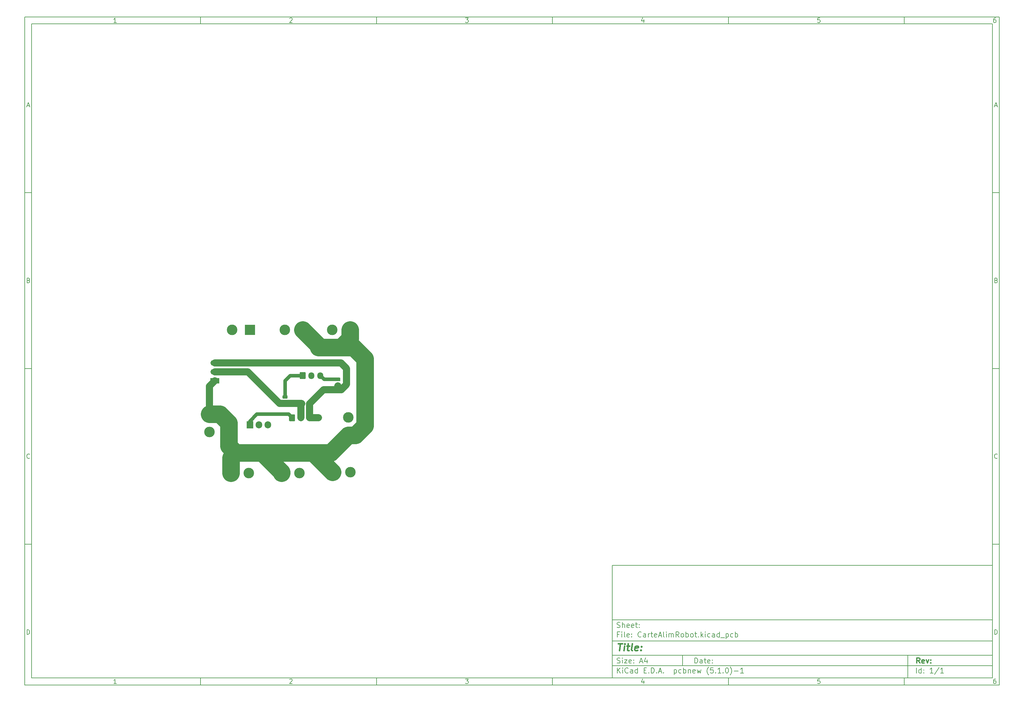
<source format=gtl>
G04 #@! TF.GenerationSoftware,KiCad,Pcbnew,(5.1.0)-1*
G04 #@! TF.CreationDate,2021-10-29T22:54:01+02:00*
G04 #@! TF.ProjectId,CarteAlimRobot,43617274-6541-46c6-996d-526f626f742e,rev?*
G04 #@! TF.SameCoordinates,Original*
G04 #@! TF.FileFunction,Copper,L1,Top*
G04 #@! TF.FilePolarity,Positive*
%FSLAX46Y46*%
G04 Gerber Fmt 4.6, Leading zero omitted, Abs format (unit mm)*
G04 Created by KiCad (PCBNEW (5.1.0)-1) date 2021-10-29 22:54:01*
%MOMM*%
%LPD*%
G04 APERTURE LIST*
%ADD10C,0.100000*%
%ADD11C,0.150000*%
%ADD12C,0.300000*%
%ADD13C,0.400000*%
%ADD14C,1.700000*%
%ADD15O,1.700000X1.950000*%
%ADD16R,2.500000X1.500000*%
%ADD17O,2.500000X1.500000*%
%ADD18R,3.000000X3.000000*%
%ADD19C,3.000000*%
%ADD20R,1.905000X2.000000*%
%ADD21O,1.905000X2.000000*%
%ADD22C,1.000000*%
%ADD23C,1.025000*%
%ADD24C,1.600000*%
%ADD25C,1.000000*%
%ADD26C,2.000000*%
%ADD27C,5.000000*%
G04 APERTURE END LIST*
D10*
D11*
X177002200Y-166007200D02*
X177002200Y-198007200D01*
X285002200Y-198007200D01*
X285002200Y-166007200D01*
X177002200Y-166007200D01*
D10*
D11*
X10000000Y-10000000D02*
X10000000Y-200007200D01*
X287002200Y-200007200D01*
X287002200Y-10000000D01*
X10000000Y-10000000D01*
D10*
D11*
X12000000Y-12000000D02*
X12000000Y-198007200D01*
X285002200Y-198007200D01*
X285002200Y-12000000D01*
X12000000Y-12000000D01*
D10*
D11*
X60000000Y-12000000D02*
X60000000Y-10000000D01*
D10*
D11*
X110000000Y-12000000D02*
X110000000Y-10000000D01*
D10*
D11*
X160000000Y-12000000D02*
X160000000Y-10000000D01*
D10*
D11*
X210000000Y-12000000D02*
X210000000Y-10000000D01*
D10*
D11*
X260000000Y-12000000D02*
X260000000Y-10000000D01*
D10*
D11*
X36065476Y-11588095D02*
X35322619Y-11588095D01*
X35694047Y-11588095D02*
X35694047Y-10288095D01*
X35570238Y-10473809D01*
X35446428Y-10597619D01*
X35322619Y-10659523D01*
D10*
D11*
X85322619Y-10411904D02*
X85384523Y-10350000D01*
X85508333Y-10288095D01*
X85817857Y-10288095D01*
X85941666Y-10350000D01*
X86003571Y-10411904D01*
X86065476Y-10535714D01*
X86065476Y-10659523D01*
X86003571Y-10845238D01*
X85260714Y-11588095D01*
X86065476Y-11588095D01*
D10*
D11*
X135260714Y-10288095D02*
X136065476Y-10288095D01*
X135632142Y-10783333D01*
X135817857Y-10783333D01*
X135941666Y-10845238D01*
X136003571Y-10907142D01*
X136065476Y-11030952D01*
X136065476Y-11340476D01*
X136003571Y-11464285D01*
X135941666Y-11526190D01*
X135817857Y-11588095D01*
X135446428Y-11588095D01*
X135322619Y-11526190D01*
X135260714Y-11464285D01*
D10*
D11*
X185941666Y-10721428D02*
X185941666Y-11588095D01*
X185632142Y-10226190D02*
X185322619Y-11154761D01*
X186127380Y-11154761D01*
D10*
D11*
X236003571Y-10288095D02*
X235384523Y-10288095D01*
X235322619Y-10907142D01*
X235384523Y-10845238D01*
X235508333Y-10783333D01*
X235817857Y-10783333D01*
X235941666Y-10845238D01*
X236003571Y-10907142D01*
X236065476Y-11030952D01*
X236065476Y-11340476D01*
X236003571Y-11464285D01*
X235941666Y-11526190D01*
X235817857Y-11588095D01*
X235508333Y-11588095D01*
X235384523Y-11526190D01*
X235322619Y-11464285D01*
D10*
D11*
X285941666Y-10288095D02*
X285694047Y-10288095D01*
X285570238Y-10350000D01*
X285508333Y-10411904D01*
X285384523Y-10597619D01*
X285322619Y-10845238D01*
X285322619Y-11340476D01*
X285384523Y-11464285D01*
X285446428Y-11526190D01*
X285570238Y-11588095D01*
X285817857Y-11588095D01*
X285941666Y-11526190D01*
X286003571Y-11464285D01*
X286065476Y-11340476D01*
X286065476Y-11030952D01*
X286003571Y-10907142D01*
X285941666Y-10845238D01*
X285817857Y-10783333D01*
X285570238Y-10783333D01*
X285446428Y-10845238D01*
X285384523Y-10907142D01*
X285322619Y-11030952D01*
D10*
D11*
X60000000Y-198007200D02*
X60000000Y-200007200D01*
D10*
D11*
X110000000Y-198007200D02*
X110000000Y-200007200D01*
D10*
D11*
X160000000Y-198007200D02*
X160000000Y-200007200D01*
D10*
D11*
X210000000Y-198007200D02*
X210000000Y-200007200D01*
D10*
D11*
X260000000Y-198007200D02*
X260000000Y-200007200D01*
D10*
D11*
X36065476Y-199595295D02*
X35322619Y-199595295D01*
X35694047Y-199595295D02*
X35694047Y-198295295D01*
X35570238Y-198481009D01*
X35446428Y-198604819D01*
X35322619Y-198666723D01*
D10*
D11*
X85322619Y-198419104D02*
X85384523Y-198357200D01*
X85508333Y-198295295D01*
X85817857Y-198295295D01*
X85941666Y-198357200D01*
X86003571Y-198419104D01*
X86065476Y-198542914D01*
X86065476Y-198666723D01*
X86003571Y-198852438D01*
X85260714Y-199595295D01*
X86065476Y-199595295D01*
D10*
D11*
X135260714Y-198295295D02*
X136065476Y-198295295D01*
X135632142Y-198790533D01*
X135817857Y-198790533D01*
X135941666Y-198852438D01*
X136003571Y-198914342D01*
X136065476Y-199038152D01*
X136065476Y-199347676D01*
X136003571Y-199471485D01*
X135941666Y-199533390D01*
X135817857Y-199595295D01*
X135446428Y-199595295D01*
X135322619Y-199533390D01*
X135260714Y-199471485D01*
D10*
D11*
X185941666Y-198728628D02*
X185941666Y-199595295D01*
X185632142Y-198233390D02*
X185322619Y-199161961D01*
X186127380Y-199161961D01*
D10*
D11*
X236003571Y-198295295D02*
X235384523Y-198295295D01*
X235322619Y-198914342D01*
X235384523Y-198852438D01*
X235508333Y-198790533D01*
X235817857Y-198790533D01*
X235941666Y-198852438D01*
X236003571Y-198914342D01*
X236065476Y-199038152D01*
X236065476Y-199347676D01*
X236003571Y-199471485D01*
X235941666Y-199533390D01*
X235817857Y-199595295D01*
X235508333Y-199595295D01*
X235384523Y-199533390D01*
X235322619Y-199471485D01*
D10*
D11*
X285941666Y-198295295D02*
X285694047Y-198295295D01*
X285570238Y-198357200D01*
X285508333Y-198419104D01*
X285384523Y-198604819D01*
X285322619Y-198852438D01*
X285322619Y-199347676D01*
X285384523Y-199471485D01*
X285446428Y-199533390D01*
X285570238Y-199595295D01*
X285817857Y-199595295D01*
X285941666Y-199533390D01*
X286003571Y-199471485D01*
X286065476Y-199347676D01*
X286065476Y-199038152D01*
X286003571Y-198914342D01*
X285941666Y-198852438D01*
X285817857Y-198790533D01*
X285570238Y-198790533D01*
X285446428Y-198852438D01*
X285384523Y-198914342D01*
X285322619Y-199038152D01*
D10*
D11*
X10000000Y-60000000D02*
X12000000Y-60000000D01*
D10*
D11*
X10000000Y-110000000D02*
X12000000Y-110000000D01*
D10*
D11*
X10000000Y-160000000D02*
X12000000Y-160000000D01*
D10*
D11*
X10690476Y-35216666D02*
X11309523Y-35216666D01*
X10566666Y-35588095D02*
X11000000Y-34288095D01*
X11433333Y-35588095D01*
D10*
D11*
X11092857Y-84907142D02*
X11278571Y-84969047D01*
X11340476Y-85030952D01*
X11402380Y-85154761D01*
X11402380Y-85340476D01*
X11340476Y-85464285D01*
X11278571Y-85526190D01*
X11154761Y-85588095D01*
X10659523Y-85588095D01*
X10659523Y-84288095D01*
X11092857Y-84288095D01*
X11216666Y-84350000D01*
X11278571Y-84411904D01*
X11340476Y-84535714D01*
X11340476Y-84659523D01*
X11278571Y-84783333D01*
X11216666Y-84845238D01*
X11092857Y-84907142D01*
X10659523Y-84907142D01*
D10*
D11*
X11402380Y-135464285D02*
X11340476Y-135526190D01*
X11154761Y-135588095D01*
X11030952Y-135588095D01*
X10845238Y-135526190D01*
X10721428Y-135402380D01*
X10659523Y-135278571D01*
X10597619Y-135030952D01*
X10597619Y-134845238D01*
X10659523Y-134597619D01*
X10721428Y-134473809D01*
X10845238Y-134350000D01*
X11030952Y-134288095D01*
X11154761Y-134288095D01*
X11340476Y-134350000D01*
X11402380Y-134411904D01*
D10*
D11*
X10659523Y-185588095D02*
X10659523Y-184288095D01*
X10969047Y-184288095D01*
X11154761Y-184350000D01*
X11278571Y-184473809D01*
X11340476Y-184597619D01*
X11402380Y-184845238D01*
X11402380Y-185030952D01*
X11340476Y-185278571D01*
X11278571Y-185402380D01*
X11154761Y-185526190D01*
X10969047Y-185588095D01*
X10659523Y-185588095D01*
D10*
D11*
X287002200Y-60000000D02*
X285002200Y-60000000D01*
D10*
D11*
X287002200Y-110000000D02*
X285002200Y-110000000D01*
D10*
D11*
X287002200Y-160000000D02*
X285002200Y-160000000D01*
D10*
D11*
X285692676Y-35216666D02*
X286311723Y-35216666D01*
X285568866Y-35588095D02*
X286002200Y-34288095D01*
X286435533Y-35588095D01*
D10*
D11*
X286095057Y-84907142D02*
X286280771Y-84969047D01*
X286342676Y-85030952D01*
X286404580Y-85154761D01*
X286404580Y-85340476D01*
X286342676Y-85464285D01*
X286280771Y-85526190D01*
X286156961Y-85588095D01*
X285661723Y-85588095D01*
X285661723Y-84288095D01*
X286095057Y-84288095D01*
X286218866Y-84350000D01*
X286280771Y-84411904D01*
X286342676Y-84535714D01*
X286342676Y-84659523D01*
X286280771Y-84783333D01*
X286218866Y-84845238D01*
X286095057Y-84907142D01*
X285661723Y-84907142D01*
D10*
D11*
X286404580Y-135464285D02*
X286342676Y-135526190D01*
X286156961Y-135588095D01*
X286033152Y-135588095D01*
X285847438Y-135526190D01*
X285723628Y-135402380D01*
X285661723Y-135278571D01*
X285599819Y-135030952D01*
X285599819Y-134845238D01*
X285661723Y-134597619D01*
X285723628Y-134473809D01*
X285847438Y-134350000D01*
X286033152Y-134288095D01*
X286156961Y-134288095D01*
X286342676Y-134350000D01*
X286404580Y-134411904D01*
D10*
D11*
X285661723Y-185588095D02*
X285661723Y-184288095D01*
X285971247Y-184288095D01*
X286156961Y-184350000D01*
X286280771Y-184473809D01*
X286342676Y-184597619D01*
X286404580Y-184845238D01*
X286404580Y-185030952D01*
X286342676Y-185278571D01*
X286280771Y-185402380D01*
X286156961Y-185526190D01*
X285971247Y-185588095D01*
X285661723Y-185588095D01*
D10*
D11*
X200434342Y-193785771D02*
X200434342Y-192285771D01*
X200791485Y-192285771D01*
X201005771Y-192357200D01*
X201148628Y-192500057D01*
X201220057Y-192642914D01*
X201291485Y-192928628D01*
X201291485Y-193142914D01*
X201220057Y-193428628D01*
X201148628Y-193571485D01*
X201005771Y-193714342D01*
X200791485Y-193785771D01*
X200434342Y-193785771D01*
X202577200Y-193785771D02*
X202577200Y-193000057D01*
X202505771Y-192857200D01*
X202362914Y-192785771D01*
X202077200Y-192785771D01*
X201934342Y-192857200D01*
X202577200Y-193714342D02*
X202434342Y-193785771D01*
X202077200Y-193785771D01*
X201934342Y-193714342D01*
X201862914Y-193571485D01*
X201862914Y-193428628D01*
X201934342Y-193285771D01*
X202077200Y-193214342D01*
X202434342Y-193214342D01*
X202577200Y-193142914D01*
X203077200Y-192785771D02*
X203648628Y-192785771D01*
X203291485Y-192285771D02*
X203291485Y-193571485D01*
X203362914Y-193714342D01*
X203505771Y-193785771D01*
X203648628Y-193785771D01*
X204720057Y-193714342D02*
X204577200Y-193785771D01*
X204291485Y-193785771D01*
X204148628Y-193714342D01*
X204077200Y-193571485D01*
X204077200Y-193000057D01*
X204148628Y-192857200D01*
X204291485Y-192785771D01*
X204577200Y-192785771D01*
X204720057Y-192857200D01*
X204791485Y-193000057D01*
X204791485Y-193142914D01*
X204077200Y-193285771D01*
X205434342Y-193642914D02*
X205505771Y-193714342D01*
X205434342Y-193785771D01*
X205362914Y-193714342D01*
X205434342Y-193642914D01*
X205434342Y-193785771D01*
X205434342Y-192857200D02*
X205505771Y-192928628D01*
X205434342Y-193000057D01*
X205362914Y-192928628D01*
X205434342Y-192857200D01*
X205434342Y-193000057D01*
D10*
D11*
X177002200Y-194507200D02*
X285002200Y-194507200D01*
D10*
D11*
X178434342Y-196585771D02*
X178434342Y-195085771D01*
X179291485Y-196585771D02*
X178648628Y-195728628D01*
X179291485Y-195085771D02*
X178434342Y-195942914D01*
X179934342Y-196585771D02*
X179934342Y-195585771D01*
X179934342Y-195085771D02*
X179862914Y-195157200D01*
X179934342Y-195228628D01*
X180005771Y-195157200D01*
X179934342Y-195085771D01*
X179934342Y-195228628D01*
X181505771Y-196442914D02*
X181434342Y-196514342D01*
X181220057Y-196585771D01*
X181077200Y-196585771D01*
X180862914Y-196514342D01*
X180720057Y-196371485D01*
X180648628Y-196228628D01*
X180577200Y-195942914D01*
X180577200Y-195728628D01*
X180648628Y-195442914D01*
X180720057Y-195300057D01*
X180862914Y-195157200D01*
X181077200Y-195085771D01*
X181220057Y-195085771D01*
X181434342Y-195157200D01*
X181505771Y-195228628D01*
X182791485Y-196585771D02*
X182791485Y-195800057D01*
X182720057Y-195657200D01*
X182577200Y-195585771D01*
X182291485Y-195585771D01*
X182148628Y-195657200D01*
X182791485Y-196514342D02*
X182648628Y-196585771D01*
X182291485Y-196585771D01*
X182148628Y-196514342D01*
X182077200Y-196371485D01*
X182077200Y-196228628D01*
X182148628Y-196085771D01*
X182291485Y-196014342D01*
X182648628Y-196014342D01*
X182791485Y-195942914D01*
X184148628Y-196585771D02*
X184148628Y-195085771D01*
X184148628Y-196514342D02*
X184005771Y-196585771D01*
X183720057Y-196585771D01*
X183577200Y-196514342D01*
X183505771Y-196442914D01*
X183434342Y-196300057D01*
X183434342Y-195871485D01*
X183505771Y-195728628D01*
X183577200Y-195657200D01*
X183720057Y-195585771D01*
X184005771Y-195585771D01*
X184148628Y-195657200D01*
X186005771Y-195800057D02*
X186505771Y-195800057D01*
X186720057Y-196585771D02*
X186005771Y-196585771D01*
X186005771Y-195085771D01*
X186720057Y-195085771D01*
X187362914Y-196442914D02*
X187434342Y-196514342D01*
X187362914Y-196585771D01*
X187291485Y-196514342D01*
X187362914Y-196442914D01*
X187362914Y-196585771D01*
X188077200Y-196585771D02*
X188077200Y-195085771D01*
X188434342Y-195085771D01*
X188648628Y-195157200D01*
X188791485Y-195300057D01*
X188862914Y-195442914D01*
X188934342Y-195728628D01*
X188934342Y-195942914D01*
X188862914Y-196228628D01*
X188791485Y-196371485D01*
X188648628Y-196514342D01*
X188434342Y-196585771D01*
X188077200Y-196585771D01*
X189577200Y-196442914D02*
X189648628Y-196514342D01*
X189577200Y-196585771D01*
X189505771Y-196514342D01*
X189577200Y-196442914D01*
X189577200Y-196585771D01*
X190220057Y-196157200D02*
X190934342Y-196157200D01*
X190077200Y-196585771D02*
X190577200Y-195085771D01*
X191077200Y-196585771D01*
X191577200Y-196442914D02*
X191648628Y-196514342D01*
X191577200Y-196585771D01*
X191505771Y-196514342D01*
X191577200Y-196442914D01*
X191577200Y-196585771D01*
X194577200Y-195585771D02*
X194577200Y-197085771D01*
X194577200Y-195657200D02*
X194720057Y-195585771D01*
X195005771Y-195585771D01*
X195148628Y-195657200D01*
X195220057Y-195728628D01*
X195291485Y-195871485D01*
X195291485Y-196300057D01*
X195220057Y-196442914D01*
X195148628Y-196514342D01*
X195005771Y-196585771D01*
X194720057Y-196585771D01*
X194577200Y-196514342D01*
X196577200Y-196514342D02*
X196434342Y-196585771D01*
X196148628Y-196585771D01*
X196005771Y-196514342D01*
X195934342Y-196442914D01*
X195862914Y-196300057D01*
X195862914Y-195871485D01*
X195934342Y-195728628D01*
X196005771Y-195657200D01*
X196148628Y-195585771D01*
X196434342Y-195585771D01*
X196577200Y-195657200D01*
X197220057Y-196585771D02*
X197220057Y-195085771D01*
X197220057Y-195657200D02*
X197362914Y-195585771D01*
X197648628Y-195585771D01*
X197791485Y-195657200D01*
X197862914Y-195728628D01*
X197934342Y-195871485D01*
X197934342Y-196300057D01*
X197862914Y-196442914D01*
X197791485Y-196514342D01*
X197648628Y-196585771D01*
X197362914Y-196585771D01*
X197220057Y-196514342D01*
X198577200Y-195585771D02*
X198577200Y-196585771D01*
X198577200Y-195728628D02*
X198648628Y-195657200D01*
X198791485Y-195585771D01*
X199005771Y-195585771D01*
X199148628Y-195657200D01*
X199220057Y-195800057D01*
X199220057Y-196585771D01*
X200505771Y-196514342D02*
X200362914Y-196585771D01*
X200077200Y-196585771D01*
X199934342Y-196514342D01*
X199862914Y-196371485D01*
X199862914Y-195800057D01*
X199934342Y-195657200D01*
X200077200Y-195585771D01*
X200362914Y-195585771D01*
X200505771Y-195657200D01*
X200577200Y-195800057D01*
X200577200Y-195942914D01*
X199862914Y-196085771D01*
X201077200Y-195585771D02*
X201362914Y-196585771D01*
X201648628Y-195871485D01*
X201934342Y-196585771D01*
X202220057Y-195585771D01*
X204362914Y-197157200D02*
X204291485Y-197085771D01*
X204148628Y-196871485D01*
X204077200Y-196728628D01*
X204005771Y-196514342D01*
X203934342Y-196157200D01*
X203934342Y-195871485D01*
X204005771Y-195514342D01*
X204077200Y-195300057D01*
X204148628Y-195157200D01*
X204291485Y-194942914D01*
X204362914Y-194871485D01*
X205648628Y-195085771D02*
X204934342Y-195085771D01*
X204862914Y-195800057D01*
X204934342Y-195728628D01*
X205077200Y-195657200D01*
X205434342Y-195657200D01*
X205577200Y-195728628D01*
X205648628Y-195800057D01*
X205720057Y-195942914D01*
X205720057Y-196300057D01*
X205648628Y-196442914D01*
X205577200Y-196514342D01*
X205434342Y-196585771D01*
X205077200Y-196585771D01*
X204934342Y-196514342D01*
X204862914Y-196442914D01*
X206362914Y-196442914D02*
X206434342Y-196514342D01*
X206362914Y-196585771D01*
X206291485Y-196514342D01*
X206362914Y-196442914D01*
X206362914Y-196585771D01*
X207862914Y-196585771D02*
X207005771Y-196585771D01*
X207434342Y-196585771D02*
X207434342Y-195085771D01*
X207291485Y-195300057D01*
X207148628Y-195442914D01*
X207005771Y-195514342D01*
X208505771Y-196442914D02*
X208577200Y-196514342D01*
X208505771Y-196585771D01*
X208434342Y-196514342D01*
X208505771Y-196442914D01*
X208505771Y-196585771D01*
X209505771Y-195085771D02*
X209648628Y-195085771D01*
X209791485Y-195157200D01*
X209862914Y-195228628D01*
X209934342Y-195371485D01*
X210005771Y-195657200D01*
X210005771Y-196014342D01*
X209934342Y-196300057D01*
X209862914Y-196442914D01*
X209791485Y-196514342D01*
X209648628Y-196585771D01*
X209505771Y-196585771D01*
X209362914Y-196514342D01*
X209291485Y-196442914D01*
X209220057Y-196300057D01*
X209148628Y-196014342D01*
X209148628Y-195657200D01*
X209220057Y-195371485D01*
X209291485Y-195228628D01*
X209362914Y-195157200D01*
X209505771Y-195085771D01*
X210505771Y-197157200D02*
X210577200Y-197085771D01*
X210720057Y-196871485D01*
X210791485Y-196728628D01*
X210862914Y-196514342D01*
X210934342Y-196157200D01*
X210934342Y-195871485D01*
X210862914Y-195514342D01*
X210791485Y-195300057D01*
X210720057Y-195157200D01*
X210577200Y-194942914D01*
X210505771Y-194871485D01*
X211648628Y-196014342D02*
X212791485Y-196014342D01*
X214291485Y-196585771D02*
X213434342Y-196585771D01*
X213862914Y-196585771D02*
X213862914Y-195085771D01*
X213720057Y-195300057D01*
X213577200Y-195442914D01*
X213434342Y-195514342D01*
D10*
D11*
X177002200Y-191507200D02*
X285002200Y-191507200D01*
D10*
D12*
X264411485Y-193785771D02*
X263911485Y-193071485D01*
X263554342Y-193785771D02*
X263554342Y-192285771D01*
X264125771Y-192285771D01*
X264268628Y-192357200D01*
X264340057Y-192428628D01*
X264411485Y-192571485D01*
X264411485Y-192785771D01*
X264340057Y-192928628D01*
X264268628Y-193000057D01*
X264125771Y-193071485D01*
X263554342Y-193071485D01*
X265625771Y-193714342D02*
X265482914Y-193785771D01*
X265197200Y-193785771D01*
X265054342Y-193714342D01*
X264982914Y-193571485D01*
X264982914Y-193000057D01*
X265054342Y-192857200D01*
X265197200Y-192785771D01*
X265482914Y-192785771D01*
X265625771Y-192857200D01*
X265697200Y-193000057D01*
X265697200Y-193142914D01*
X264982914Y-193285771D01*
X266197200Y-192785771D02*
X266554342Y-193785771D01*
X266911485Y-192785771D01*
X267482914Y-193642914D02*
X267554342Y-193714342D01*
X267482914Y-193785771D01*
X267411485Y-193714342D01*
X267482914Y-193642914D01*
X267482914Y-193785771D01*
X267482914Y-192857200D02*
X267554342Y-192928628D01*
X267482914Y-193000057D01*
X267411485Y-192928628D01*
X267482914Y-192857200D01*
X267482914Y-193000057D01*
D10*
D11*
X178362914Y-193714342D02*
X178577200Y-193785771D01*
X178934342Y-193785771D01*
X179077200Y-193714342D01*
X179148628Y-193642914D01*
X179220057Y-193500057D01*
X179220057Y-193357200D01*
X179148628Y-193214342D01*
X179077200Y-193142914D01*
X178934342Y-193071485D01*
X178648628Y-193000057D01*
X178505771Y-192928628D01*
X178434342Y-192857200D01*
X178362914Y-192714342D01*
X178362914Y-192571485D01*
X178434342Y-192428628D01*
X178505771Y-192357200D01*
X178648628Y-192285771D01*
X179005771Y-192285771D01*
X179220057Y-192357200D01*
X179862914Y-193785771D02*
X179862914Y-192785771D01*
X179862914Y-192285771D02*
X179791485Y-192357200D01*
X179862914Y-192428628D01*
X179934342Y-192357200D01*
X179862914Y-192285771D01*
X179862914Y-192428628D01*
X180434342Y-192785771D02*
X181220057Y-192785771D01*
X180434342Y-193785771D01*
X181220057Y-193785771D01*
X182362914Y-193714342D02*
X182220057Y-193785771D01*
X181934342Y-193785771D01*
X181791485Y-193714342D01*
X181720057Y-193571485D01*
X181720057Y-193000057D01*
X181791485Y-192857200D01*
X181934342Y-192785771D01*
X182220057Y-192785771D01*
X182362914Y-192857200D01*
X182434342Y-193000057D01*
X182434342Y-193142914D01*
X181720057Y-193285771D01*
X183077200Y-193642914D02*
X183148628Y-193714342D01*
X183077200Y-193785771D01*
X183005771Y-193714342D01*
X183077200Y-193642914D01*
X183077200Y-193785771D01*
X183077200Y-192857200D02*
X183148628Y-192928628D01*
X183077200Y-193000057D01*
X183005771Y-192928628D01*
X183077200Y-192857200D01*
X183077200Y-193000057D01*
X184862914Y-193357200D02*
X185577200Y-193357200D01*
X184720057Y-193785771D02*
X185220057Y-192285771D01*
X185720057Y-193785771D01*
X186862914Y-192785771D02*
X186862914Y-193785771D01*
X186505771Y-192214342D02*
X186148628Y-193285771D01*
X187077200Y-193285771D01*
D10*
D11*
X263434342Y-196585771D02*
X263434342Y-195085771D01*
X264791485Y-196585771D02*
X264791485Y-195085771D01*
X264791485Y-196514342D02*
X264648628Y-196585771D01*
X264362914Y-196585771D01*
X264220057Y-196514342D01*
X264148628Y-196442914D01*
X264077200Y-196300057D01*
X264077200Y-195871485D01*
X264148628Y-195728628D01*
X264220057Y-195657200D01*
X264362914Y-195585771D01*
X264648628Y-195585771D01*
X264791485Y-195657200D01*
X265505771Y-196442914D02*
X265577200Y-196514342D01*
X265505771Y-196585771D01*
X265434342Y-196514342D01*
X265505771Y-196442914D01*
X265505771Y-196585771D01*
X265505771Y-195657200D02*
X265577200Y-195728628D01*
X265505771Y-195800057D01*
X265434342Y-195728628D01*
X265505771Y-195657200D01*
X265505771Y-195800057D01*
X268148628Y-196585771D02*
X267291485Y-196585771D01*
X267720057Y-196585771D02*
X267720057Y-195085771D01*
X267577200Y-195300057D01*
X267434342Y-195442914D01*
X267291485Y-195514342D01*
X269862914Y-195014342D02*
X268577200Y-196942914D01*
X271148628Y-196585771D02*
X270291485Y-196585771D01*
X270720057Y-196585771D02*
X270720057Y-195085771D01*
X270577200Y-195300057D01*
X270434342Y-195442914D01*
X270291485Y-195514342D01*
D10*
D11*
X177002200Y-187507200D02*
X285002200Y-187507200D01*
D10*
D13*
X178714580Y-188211961D02*
X179857438Y-188211961D01*
X179036009Y-190211961D02*
X179286009Y-188211961D01*
X180274104Y-190211961D02*
X180440771Y-188878628D01*
X180524104Y-188211961D02*
X180416961Y-188307200D01*
X180500295Y-188402438D01*
X180607438Y-188307200D01*
X180524104Y-188211961D01*
X180500295Y-188402438D01*
X181107438Y-188878628D02*
X181869342Y-188878628D01*
X181476485Y-188211961D02*
X181262200Y-189926247D01*
X181333628Y-190116723D01*
X181512200Y-190211961D01*
X181702676Y-190211961D01*
X182655057Y-190211961D02*
X182476485Y-190116723D01*
X182405057Y-189926247D01*
X182619342Y-188211961D01*
X184190771Y-190116723D02*
X183988390Y-190211961D01*
X183607438Y-190211961D01*
X183428866Y-190116723D01*
X183357438Y-189926247D01*
X183452676Y-189164342D01*
X183571723Y-188973866D01*
X183774104Y-188878628D01*
X184155057Y-188878628D01*
X184333628Y-188973866D01*
X184405057Y-189164342D01*
X184381247Y-189354819D01*
X183405057Y-189545295D01*
X185155057Y-190021485D02*
X185238390Y-190116723D01*
X185131247Y-190211961D01*
X185047914Y-190116723D01*
X185155057Y-190021485D01*
X185131247Y-190211961D01*
X185286009Y-188973866D02*
X185369342Y-189069104D01*
X185262200Y-189164342D01*
X185178866Y-189069104D01*
X185286009Y-188973866D01*
X185262200Y-189164342D01*
D10*
D11*
X178934342Y-185600057D02*
X178434342Y-185600057D01*
X178434342Y-186385771D02*
X178434342Y-184885771D01*
X179148628Y-184885771D01*
X179720057Y-186385771D02*
X179720057Y-185385771D01*
X179720057Y-184885771D02*
X179648628Y-184957200D01*
X179720057Y-185028628D01*
X179791485Y-184957200D01*
X179720057Y-184885771D01*
X179720057Y-185028628D01*
X180648628Y-186385771D02*
X180505771Y-186314342D01*
X180434342Y-186171485D01*
X180434342Y-184885771D01*
X181791485Y-186314342D02*
X181648628Y-186385771D01*
X181362914Y-186385771D01*
X181220057Y-186314342D01*
X181148628Y-186171485D01*
X181148628Y-185600057D01*
X181220057Y-185457200D01*
X181362914Y-185385771D01*
X181648628Y-185385771D01*
X181791485Y-185457200D01*
X181862914Y-185600057D01*
X181862914Y-185742914D01*
X181148628Y-185885771D01*
X182505771Y-186242914D02*
X182577200Y-186314342D01*
X182505771Y-186385771D01*
X182434342Y-186314342D01*
X182505771Y-186242914D01*
X182505771Y-186385771D01*
X182505771Y-185457200D02*
X182577200Y-185528628D01*
X182505771Y-185600057D01*
X182434342Y-185528628D01*
X182505771Y-185457200D01*
X182505771Y-185600057D01*
X185220057Y-186242914D02*
X185148628Y-186314342D01*
X184934342Y-186385771D01*
X184791485Y-186385771D01*
X184577200Y-186314342D01*
X184434342Y-186171485D01*
X184362914Y-186028628D01*
X184291485Y-185742914D01*
X184291485Y-185528628D01*
X184362914Y-185242914D01*
X184434342Y-185100057D01*
X184577200Y-184957200D01*
X184791485Y-184885771D01*
X184934342Y-184885771D01*
X185148628Y-184957200D01*
X185220057Y-185028628D01*
X186505771Y-186385771D02*
X186505771Y-185600057D01*
X186434342Y-185457200D01*
X186291485Y-185385771D01*
X186005771Y-185385771D01*
X185862914Y-185457200D01*
X186505771Y-186314342D02*
X186362914Y-186385771D01*
X186005771Y-186385771D01*
X185862914Y-186314342D01*
X185791485Y-186171485D01*
X185791485Y-186028628D01*
X185862914Y-185885771D01*
X186005771Y-185814342D01*
X186362914Y-185814342D01*
X186505771Y-185742914D01*
X187220057Y-186385771D02*
X187220057Y-185385771D01*
X187220057Y-185671485D02*
X187291485Y-185528628D01*
X187362914Y-185457200D01*
X187505771Y-185385771D01*
X187648628Y-185385771D01*
X187934342Y-185385771D02*
X188505771Y-185385771D01*
X188148628Y-184885771D02*
X188148628Y-186171485D01*
X188220057Y-186314342D01*
X188362914Y-186385771D01*
X188505771Y-186385771D01*
X189577200Y-186314342D02*
X189434342Y-186385771D01*
X189148628Y-186385771D01*
X189005771Y-186314342D01*
X188934342Y-186171485D01*
X188934342Y-185600057D01*
X189005771Y-185457200D01*
X189148628Y-185385771D01*
X189434342Y-185385771D01*
X189577200Y-185457200D01*
X189648628Y-185600057D01*
X189648628Y-185742914D01*
X188934342Y-185885771D01*
X190220057Y-185957200D02*
X190934342Y-185957200D01*
X190077200Y-186385771D02*
X190577200Y-184885771D01*
X191077200Y-186385771D01*
X191791485Y-186385771D02*
X191648628Y-186314342D01*
X191577200Y-186171485D01*
X191577200Y-184885771D01*
X192362914Y-186385771D02*
X192362914Y-185385771D01*
X192362914Y-184885771D02*
X192291485Y-184957200D01*
X192362914Y-185028628D01*
X192434342Y-184957200D01*
X192362914Y-184885771D01*
X192362914Y-185028628D01*
X193077200Y-186385771D02*
X193077200Y-185385771D01*
X193077200Y-185528628D02*
X193148628Y-185457200D01*
X193291485Y-185385771D01*
X193505771Y-185385771D01*
X193648628Y-185457200D01*
X193720057Y-185600057D01*
X193720057Y-186385771D01*
X193720057Y-185600057D02*
X193791485Y-185457200D01*
X193934342Y-185385771D01*
X194148628Y-185385771D01*
X194291485Y-185457200D01*
X194362914Y-185600057D01*
X194362914Y-186385771D01*
X195934342Y-186385771D02*
X195434342Y-185671485D01*
X195077200Y-186385771D02*
X195077200Y-184885771D01*
X195648628Y-184885771D01*
X195791485Y-184957200D01*
X195862914Y-185028628D01*
X195934342Y-185171485D01*
X195934342Y-185385771D01*
X195862914Y-185528628D01*
X195791485Y-185600057D01*
X195648628Y-185671485D01*
X195077200Y-185671485D01*
X196791485Y-186385771D02*
X196648628Y-186314342D01*
X196577200Y-186242914D01*
X196505771Y-186100057D01*
X196505771Y-185671485D01*
X196577200Y-185528628D01*
X196648628Y-185457200D01*
X196791485Y-185385771D01*
X197005771Y-185385771D01*
X197148628Y-185457200D01*
X197220057Y-185528628D01*
X197291485Y-185671485D01*
X197291485Y-186100057D01*
X197220057Y-186242914D01*
X197148628Y-186314342D01*
X197005771Y-186385771D01*
X196791485Y-186385771D01*
X197934342Y-186385771D02*
X197934342Y-184885771D01*
X197934342Y-185457200D02*
X198077200Y-185385771D01*
X198362914Y-185385771D01*
X198505771Y-185457200D01*
X198577200Y-185528628D01*
X198648628Y-185671485D01*
X198648628Y-186100057D01*
X198577200Y-186242914D01*
X198505771Y-186314342D01*
X198362914Y-186385771D01*
X198077200Y-186385771D01*
X197934342Y-186314342D01*
X199505771Y-186385771D02*
X199362914Y-186314342D01*
X199291485Y-186242914D01*
X199220057Y-186100057D01*
X199220057Y-185671485D01*
X199291485Y-185528628D01*
X199362914Y-185457200D01*
X199505771Y-185385771D01*
X199720057Y-185385771D01*
X199862914Y-185457200D01*
X199934342Y-185528628D01*
X200005771Y-185671485D01*
X200005771Y-186100057D01*
X199934342Y-186242914D01*
X199862914Y-186314342D01*
X199720057Y-186385771D01*
X199505771Y-186385771D01*
X200434342Y-185385771D02*
X201005771Y-185385771D01*
X200648628Y-184885771D02*
X200648628Y-186171485D01*
X200720057Y-186314342D01*
X200862914Y-186385771D01*
X201005771Y-186385771D01*
X201505771Y-186242914D02*
X201577200Y-186314342D01*
X201505771Y-186385771D01*
X201434342Y-186314342D01*
X201505771Y-186242914D01*
X201505771Y-186385771D01*
X202220057Y-186385771D02*
X202220057Y-184885771D01*
X202362914Y-185814342D02*
X202791485Y-186385771D01*
X202791485Y-185385771D02*
X202220057Y-185957200D01*
X203434342Y-186385771D02*
X203434342Y-185385771D01*
X203434342Y-184885771D02*
X203362914Y-184957200D01*
X203434342Y-185028628D01*
X203505771Y-184957200D01*
X203434342Y-184885771D01*
X203434342Y-185028628D01*
X204791485Y-186314342D02*
X204648628Y-186385771D01*
X204362914Y-186385771D01*
X204220057Y-186314342D01*
X204148628Y-186242914D01*
X204077200Y-186100057D01*
X204077200Y-185671485D01*
X204148628Y-185528628D01*
X204220057Y-185457200D01*
X204362914Y-185385771D01*
X204648628Y-185385771D01*
X204791485Y-185457200D01*
X206077200Y-186385771D02*
X206077200Y-185600057D01*
X206005771Y-185457200D01*
X205862914Y-185385771D01*
X205577200Y-185385771D01*
X205434342Y-185457200D01*
X206077200Y-186314342D02*
X205934342Y-186385771D01*
X205577200Y-186385771D01*
X205434342Y-186314342D01*
X205362914Y-186171485D01*
X205362914Y-186028628D01*
X205434342Y-185885771D01*
X205577200Y-185814342D01*
X205934342Y-185814342D01*
X206077200Y-185742914D01*
X207434342Y-186385771D02*
X207434342Y-184885771D01*
X207434342Y-186314342D02*
X207291485Y-186385771D01*
X207005771Y-186385771D01*
X206862914Y-186314342D01*
X206791485Y-186242914D01*
X206720057Y-186100057D01*
X206720057Y-185671485D01*
X206791485Y-185528628D01*
X206862914Y-185457200D01*
X207005771Y-185385771D01*
X207291485Y-185385771D01*
X207434342Y-185457200D01*
X207791485Y-186528628D02*
X208934342Y-186528628D01*
X209291485Y-185385771D02*
X209291485Y-186885771D01*
X209291485Y-185457200D02*
X209434342Y-185385771D01*
X209720057Y-185385771D01*
X209862914Y-185457200D01*
X209934342Y-185528628D01*
X210005771Y-185671485D01*
X210005771Y-186100057D01*
X209934342Y-186242914D01*
X209862914Y-186314342D01*
X209720057Y-186385771D01*
X209434342Y-186385771D01*
X209291485Y-186314342D01*
X211291485Y-186314342D02*
X211148628Y-186385771D01*
X210862914Y-186385771D01*
X210720057Y-186314342D01*
X210648628Y-186242914D01*
X210577200Y-186100057D01*
X210577200Y-185671485D01*
X210648628Y-185528628D01*
X210720057Y-185457200D01*
X210862914Y-185385771D01*
X211148628Y-185385771D01*
X211291485Y-185457200D01*
X211934342Y-186385771D02*
X211934342Y-184885771D01*
X211934342Y-185457200D02*
X212077200Y-185385771D01*
X212362914Y-185385771D01*
X212505771Y-185457200D01*
X212577200Y-185528628D01*
X212648628Y-185671485D01*
X212648628Y-186100057D01*
X212577200Y-186242914D01*
X212505771Y-186314342D01*
X212362914Y-186385771D01*
X212077200Y-186385771D01*
X211934342Y-186314342D01*
D10*
D11*
X177002200Y-181507200D02*
X285002200Y-181507200D01*
D10*
D11*
X178362914Y-183614342D02*
X178577200Y-183685771D01*
X178934342Y-183685771D01*
X179077200Y-183614342D01*
X179148628Y-183542914D01*
X179220057Y-183400057D01*
X179220057Y-183257200D01*
X179148628Y-183114342D01*
X179077200Y-183042914D01*
X178934342Y-182971485D01*
X178648628Y-182900057D01*
X178505771Y-182828628D01*
X178434342Y-182757200D01*
X178362914Y-182614342D01*
X178362914Y-182471485D01*
X178434342Y-182328628D01*
X178505771Y-182257200D01*
X178648628Y-182185771D01*
X179005771Y-182185771D01*
X179220057Y-182257200D01*
X179862914Y-183685771D02*
X179862914Y-182185771D01*
X180505771Y-183685771D02*
X180505771Y-182900057D01*
X180434342Y-182757200D01*
X180291485Y-182685771D01*
X180077200Y-182685771D01*
X179934342Y-182757200D01*
X179862914Y-182828628D01*
X181791485Y-183614342D02*
X181648628Y-183685771D01*
X181362914Y-183685771D01*
X181220057Y-183614342D01*
X181148628Y-183471485D01*
X181148628Y-182900057D01*
X181220057Y-182757200D01*
X181362914Y-182685771D01*
X181648628Y-182685771D01*
X181791485Y-182757200D01*
X181862914Y-182900057D01*
X181862914Y-183042914D01*
X181148628Y-183185771D01*
X183077200Y-183614342D02*
X182934342Y-183685771D01*
X182648628Y-183685771D01*
X182505771Y-183614342D01*
X182434342Y-183471485D01*
X182434342Y-182900057D01*
X182505771Y-182757200D01*
X182648628Y-182685771D01*
X182934342Y-182685771D01*
X183077200Y-182757200D01*
X183148628Y-182900057D01*
X183148628Y-183042914D01*
X182434342Y-183185771D01*
X183577200Y-182685771D02*
X184148628Y-182685771D01*
X183791485Y-182185771D02*
X183791485Y-183471485D01*
X183862914Y-183614342D01*
X184005771Y-183685771D01*
X184148628Y-183685771D01*
X184648628Y-183542914D02*
X184720057Y-183614342D01*
X184648628Y-183685771D01*
X184577200Y-183614342D01*
X184648628Y-183542914D01*
X184648628Y-183685771D01*
X184648628Y-182757200D02*
X184720057Y-182828628D01*
X184648628Y-182900057D01*
X184577200Y-182828628D01*
X184648628Y-182757200D01*
X184648628Y-182900057D01*
D10*
D11*
X197002200Y-191507200D02*
X197002200Y-194507200D01*
D10*
D11*
X261002200Y-191507200D02*
X261002200Y-198007200D01*
D10*
G36*
X86624504Y-123026204D02*
G01*
X86648773Y-123029804D01*
X86672571Y-123035765D01*
X86695671Y-123044030D01*
X86717849Y-123054520D01*
X86738893Y-123067133D01*
X86758598Y-123081747D01*
X86776777Y-123098223D01*
X86793253Y-123116402D01*
X86807867Y-123136107D01*
X86820480Y-123157151D01*
X86830970Y-123179329D01*
X86839235Y-123202429D01*
X86845196Y-123226227D01*
X86848796Y-123250496D01*
X86850000Y-123275000D01*
X86850000Y-124725000D01*
X86848796Y-124749504D01*
X86845196Y-124773773D01*
X86839235Y-124797571D01*
X86830970Y-124820671D01*
X86820480Y-124842849D01*
X86807867Y-124863893D01*
X86793253Y-124883598D01*
X86776777Y-124901777D01*
X86758598Y-124918253D01*
X86738893Y-124932867D01*
X86717849Y-124945480D01*
X86695671Y-124955970D01*
X86672571Y-124964235D01*
X86648773Y-124970196D01*
X86624504Y-124973796D01*
X86600000Y-124975000D01*
X85400000Y-124975000D01*
X85375496Y-124973796D01*
X85351227Y-124970196D01*
X85327429Y-124964235D01*
X85304329Y-124955970D01*
X85282151Y-124945480D01*
X85261107Y-124932867D01*
X85241402Y-124918253D01*
X85223223Y-124901777D01*
X85206747Y-124883598D01*
X85192133Y-124863893D01*
X85179520Y-124842849D01*
X85169030Y-124820671D01*
X85160765Y-124797571D01*
X85154804Y-124773773D01*
X85151204Y-124749504D01*
X85150000Y-124725000D01*
X85150000Y-123275000D01*
X85151204Y-123250496D01*
X85154804Y-123226227D01*
X85160765Y-123202429D01*
X85169030Y-123179329D01*
X85179520Y-123157151D01*
X85192133Y-123136107D01*
X85206747Y-123116402D01*
X85223223Y-123098223D01*
X85241402Y-123081747D01*
X85261107Y-123067133D01*
X85282151Y-123054520D01*
X85304329Y-123044030D01*
X85327429Y-123035765D01*
X85351227Y-123029804D01*
X85375496Y-123026204D01*
X85400000Y-123025000D01*
X86600000Y-123025000D01*
X86624504Y-123026204D01*
X86624504Y-123026204D01*
G37*
D14*
X86000000Y-124000000D03*
D15*
X88500000Y-124000000D03*
X91000000Y-124000000D03*
X93500000Y-124000000D03*
D16*
X64000000Y-113500000D03*
D17*
X64000000Y-110960000D03*
X64000000Y-108420000D03*
D18*
X89000000Y-99000000D03*
D19*
X83920000Y-99000000D03*
D20*
X74000000Y-126000000D03*
D21*
X76540000Y-126000000D03*
X79080000Y-126000000D03*
D10*
G36*
X89624504Y-111026204D02*
G01*
X89648773Y-111029804D01*
X89672571Y-111035765D01*
X89695671Y-111044030D01*
X89717849Y-111054520D01*
X89738893Y-111067133D01*
X89758598Y-111081747D01*
X89776777Y-111098223D01*
X89793253Y-111116402D01*
X89807867Y-111136107D01*
X89820480Y-111157151D01*
X89830970Y-111179329D01*
X89839235Y-111202429D01*
X89845196Y-111226227D01*
X89848796Y-111250496D01*
X89850000Y-111275000D01*
X89850000Y-112725000D01*
X89848796Y-112749504D01*
X89845196Y-112773773D01*
X89839235Y-112797571D01*
X89830970Y-112820671D01*
X89820480Y-112842849D01*
X89807867Y-112863893D01*
X89793253Y-112883598D01*
X89776777Y-112901777D01*
X89758598Y-112918253D01*
X89738893Y-112932867D01*
X89717849Y-112945480D01*
X89695671Y-112955970D01*
X89672571Y-112964235D01*
X89648773Y-112970196D01*
X89624504Y-112973796D01*
X89600000Y-112975000D01*
X88400000Y-112975000D01*
X88375496Y-112973796D01*
X88351227Y-112970196D01*
X88327429Y-112964235D01*
X88304329Y-112955970D01*
X88282151Y-112945480D01*
X88261107Y-112932867D01*
X88241402Y-112918253D01*
X88223223Y-112901777D01*
X88206747Y-112883598D01*
X88192133Y-112863893D01*
X88179520Y-112842849D01*
X88169030Y-112820671D01*
X88160765Y-112797571D01*
X88154804Y-112773773D01*
X88151204Y-112749504D01*
X88150000Y-112725000D01*
X88150000Y-111275000D01*
X88151204Y-111250496D01*
X88154804Y-111226227D01*
X88160765Y-111202429D01*
X88169030Y-111179329D01*
X88179520Y-111157151D01*
X88192133Y-111136107D01*
X88206747Y-111116402D01*
X88223223Y-111098223D01*
X88241402Y-111081747D01*
X88261107Y-111067133D01*
X88282151Y-111054520D01*
X88304329Y-111044030D01*
X88327429Y-111035765D01*
X88351227Y-111029804D01*
X88375496Y-111026204D01*
X88400000Y-111025000D01*
X89600000Y-111025000D01*
X89624504Y-111026204D01*
X89624504Y-111026204D01*
G37*
D14*
X89000000Y-112000000D03*
D15*
X91500000Y-112000000D03*
X94000000Y-112000000D03*
D10*
G36*
X91224504Y-119276204D02*
G01*
X91248773Y-119279804D01*
X91272571Y-119285765D01*
X91295671Y-119294030D01*
X91317849Y-119304520D01*
X91338893Y-119317133D01*
X91358598Y-119331747D01*
X91376777Y-119348223D01*
X91393253Y-119366402D01*
X91407867Y-119386107D01*
X91420480Y-119407151D01*
X91430970Y-119429329D01*
X91439235Y-119452429D01*
X91445196Y-119476227D01*
X91448796Y-119500496D01*
X91450000Y-119525000D01*
X91450000Y-120475000D01*
X91448796Y-120499504D01*
X91445196Y-120523773D01*
X91439235Y-120547571D01*
X91430970Y-120570671D01*
X91420480Y-120592849D01*
X91407867Y-120613893D01*
X91393253Y-120633598D01*
X91376777Y-120651777D01*
X91358598Y-120668253D01*
X91338893Y-120682867D01*
X91317849Y-120695480D01*
X91295671Y-120705970D01*
X91272571Y-120714235D01*
X91248773Y-120720196D01*
X91224504Y-120723796D01*
X91200000Y-120725000D01*
X90700000Y-120725000D01*
X90675496Y-120723796D01*
X90651227Y-120720196D01*
X90627429Y-120714235D01*
X90604329Y-120705970D01*
X90582151Y-120695480D01*
X90561107Y-120682867D01*
X90541402Y-120668253D01*
X90523223Y-120651777D01*
X90506747Y-120633598D01*
X90492133Y-120613893D01*
X90479520Y-120592849D01*
X90469030Y-120570671D01*
X90460765Y-120547571D01*
X90454804Y-120523773D01*
X90451204Y-120499504D01*
X90450000Y-120475000D01*
X90450000Y-119525000D01*
X90451204Y-119500496D01*
X90454804Y-119476227D01*
X90460765Y-119452429D01*
X90469030Y-119429329D01*
X90479520Y-119407151D01*
X90492133Y-119386107D01*
X90506747Y-119366402D01*
X90523223Y-119348223D01*
X90541402Y-119331747D01*
X90561107Y-119317133D01*
X90582151Y-119304520D01*
X90604329Y-119294030D01*
X90627429Y-119285765D01*
X90651227Y-119279804D01*
X90675496Y-119276204D01*
X90700000Y-119275000D01*
X91200000Y-119275000D01*
X91224504Y-119276204D01*
X91224504Y-119276204D01*
G37*
D22*
X90950000Y-120000000D03*
D10*
G36*
X89324504Y-119276204D02*
G01*
X89348773Y-119279804D01*
X89372571Y-119285765D01*
X89395671Y-119294030D01*
X89417849Y-119304520D01*
X89438893Y-119317133D01*
X89458598Y-119331747D01*
X89476777Y-119348223D01*
X89493253Y-119366402D01*
X89507867Y-119386107D01*
X89520480Y-119407151D01*
X89530970Y-119429329D01*
X89539235Y-119452429D01*
X89545196Y-119476227D01*
X89548796Y-119500496D01*
X89550000Y-119525000D01*
X89550000Y-120475000D01*
X89548796Y-120499504D01*
X89545196Y-120523773D01*
X89539235Y-120547571D01*
X89530970Y-120570671D01*
X89520480Y-120592849D01*
X89507867Y-120613893D01*
X89493253Y-120633598D01*
X89476777Y-120651777D01*
X89458598Y-120668253D01*
X89438893Y-120682867D01*
X89417849Y-120695480D01*
X89395671Y-120705970D01*
X89372571Y-120714235D01*
X89348773Y-120720196D01*
X89324504Y-120723796D01*
X89300000Y-120725000D01*
X88800000Y-120725000D01*
X88775496Y-120723796D01*
X88751227Y-120720196D01*
X88727429Y-120714235D01*
X88704329Y-120705970D01*
X88682151Y-120695480D01*
X88661107Y-120682867D01*
X88641402Y-120668253D01*
X88623223Y-120651777D01*
X88606747Y-120633598D01*
X88592133Y-120613893D01*
X88579520Y-120592849D01*
X88569030Y-120570671D01*
X88560765Y-120547571D01*
X88554804Y-120523773D01*
X88551204Y-120499504D01*
X88550000Y-120475000D01*
X88550000Y-119525000D01*
X88551204Y-119500496D01*
X88554804Y-119476227D01*
X88560765Y-119452429D01*
X88569030Y-119429329D01*
X88579520Y-119407151D01*
X88592133Y-119386107D01*
X88606747Y-119366402D01*
X88623223Y-119348223D01*
X88641402Y-119331747D01*
X88661107Y-119317133D01*
X88682151Y-119304520D01*
X88704329Y-119294030D01*
X88727429Y-119285765D01*
X88751227Y-119279804D01*
X88775496Y-119276204D01*
X88800000Y-119275000D01*
X89300000Y-119275000D01*
X89324504Y-119276204D01*
X89324504Y-119276204D01*
G37*
D22*
X89050000Y-120000000D03*
D19*
X68920000Y-99000000D03*
D18*
X74000000Y-99000000D03*
X62500000Y-123000000D03*
D19*
X62500000Y-128080000D03*
D18*
X102500000Y-99000000D03*
D19*
X97420000Y-99000000D03*
X102580000Y-139500000D03*
D18*
X97500000Y-139500000D03*
X68580000Y-139700000D03*
D19*
X73660000Y-139700000D03*
X102000000Y-123920000D03*
D18*
X102000000Y-129000000D03*
D19*
X88080000Y-139700000D03*
D18*
X83000000Y-139700000D03*
D10*
G36*
X99474505Y-112576204D02*
G01*
X99498773Y-112579804D01*
X99522572Y-112585765D01*
X99545671Y-112594030D01*
X99567850Y-112604520D01*
X99588893Y-112617132D01*
X99608599Y-112631747D01*
X99626777Y-112648223D01*
X99643253Y-112666401D01*
X99657868Y-112686107D01*
X99670480Y-112707150D01*
X99680970Y-112729329D01*
X99689235Y-112752428D01*
X99695196Y-112776227D01*
X99698796Y-112800495D01*
X99700000Y-112824999D01*
X99700000Y-113350001D01*
X99698796Y-113374505D01*
X99695196Y-113398773D01*
X99689235Y-113422572D01*
X99680970Y-113445671D01*
X99670480Y-113467850D01*
X99657868Y-113488893D01*
X99643253Y-113508599D01*
X99626777Y-113526777D01*
X99608599Y-113543253D01*
X99588893Y-113557868D01*
X99567850Y-113570480D01*
X99545671Y-113580970D01*
X99522572Y-113589235D01*
X99498773Y-113595196D01*
X99474505Y-113598796D01*
X99450001Y-113600000D01*
X98549999Y-113600000D01*
X98525495Y-113598796D01*
X98501227Y-113595196D01*
X98477428Y-113589235D01*
X98454329Y-113580970D01*
X98432150Y-113570480D01*
X98411107Y-113557868D01*
X98391401Y-113543253D01*
X98373223Y-113526777D01*
X98356747Y-113508599D01*
X98342132Y-113488893D01*
X98329520Y-113467850D01*
X98319030Y-113445671D01*
X98310765Y-113422572D01*
X98304804Y-113398773D01*
X98301204Y-113374505D01*
X98300000Y-113350001D01*
X98300000Y-112824999D01*
X98301204Y-112800495D01*
X98304804Y-112776227D01*
X98310765Y-112752428D01*
X98319030Y-112729329D01*
X98329520Y-112707150D01*
X98342132Y-112686107D01*
X98356747Y-112666401D01*
X98373223Y-112648223D01*
X98391401Y-112631747D01*
X98411107Y-112617132D01*
X98432150Y-112604520D01*
X98454329Y-112594030D01*
X98477428Y-112585765D01*
X98501227Y-112579804D01*
X98525495Y-112576204D01*
X98549999Y-112575000D01*
X99450001Y-112575000D01*
X99474505Y-112576204D01*
X99474505Y-112576204D01*
G37*
D23*
X99000000Y-113087500D03*
D10*
G36*
X99474505Y-114401204D02*
G01*
X99498773Y-114404804D01*
X99522572Y-114410765D01*
X99545671Y-114419030D01*
X99567850Y-114429520D01*
X99588893Y-114442132D01*
X99608599Y-114456747D01*
X99626777Y-114473223D01*
X99643253Y-114491401D01*
X99657868Y-114511107D01*
X99670480Y-114532150D01*
X99680970Y-114554329D01*
X99689235Y-114577428D01*
X99695196Y-114601227D01*
X99698796Y-114625495D01*
X99700000Y-114649999D01*
X99700000Y-115175001D01*
X99698796Y-115199505D01*
X99695196Y-115223773D01*
X99689235Y-115247572D01*
X99680970Y-115270671D01*
X99670480Y-115292850D01*
X99657868Y-115313893D01*
X99643253Y-115333599D01*
X99626777Y-115351777D01*
X99608599Y-115368253D01*
X99588893Y-115382868D01*
X99567850Y-115395480D01*
X99545671Y-115405970D01*
X99522572Y-115414235D01*
X99498773Y-115420196D01*
X99474505Y-115423796D01*
X99450001Y-115425000D01*
X98549999Y-115425000D01*
X98525495Y-115423796D01*
X98501227Y-115420196D01*
X98477428Y-115414235D01*
X98454329Y-115405970D01*
X98432150Y-115395480D01*
X98411107Y-115382868D01*
X98391401Y-115368253D01*
X98373223Y-115351777D01*
X98356747Y-115333599D01*
X98342132Y-115313893D01*
X98329520Y-115292850D01*
X98319030Y-115270671D01*
X98310765Y-115247572D01*
X98304804Y-115223773D01*
X98301204Y-115199505D01*
X98300000Y-115175001D01*
X98300000Y-114649999D01*
X98301204Y-114625495D01*
X98304804Y-114601227D01*
X98310765Y-114577428D01*
X98319030Y-114554329D01*
X98329520Y-114532150D01*
X98342132Y-114511107D01*
X98356747Y-114491401D01*
X98373223Y-114473223D01*
X98391401Y-114456747D01*
X98411107Y-114442132D01*
X98432150Y-114429520D01*
X98454329Y-114419030D01*
X98477428Y-114410765D01*
X98501227Y-114404804D01*
X98525495Y-114401204D01*
X98549999Y-114400000D01*
X99450001Y-114400000D01*
X99474505Y-114401204D01*
X99474505Y-114401204D01*
G37*
D23*
X99000000Y-114912500D03*
D10*
G36*
X84474505Y-119401204D02*
G01*
X84498773Y-119404804D01*
X84522572Y-119410765D01*
X84545671Y-119419030D01*
X84567850Y-119429520D01*
X84588893Y-119442132D01*
X84608599Y-119456747D01*
X84626777Y-119473223D01*
X84643253Y-119491401D01*
X84657868Y-119511107D01*
X84670480Y-119532150D01*
X84680970Y-119554329D01*
X84689235Y-119577428D01*
X84695196Y-119601227D01*
X84698796Y-119625495D01*
X84700000Y-119649999D01*
X84700000Y-120175001D01*
X84698796Y-120199505D01*
X84695196Y-120223773D01*
X84689235Y-120247572D01*
X84680970Y-120270671D01*
X84670480Y-120292850D01*
X84657868Y-120313893D01*
X84643253Y-120333599D01*
X84626777Y-120351777D01*
X84608599Y-120368253D01*
X84588893Y-120382868D01*
X84567850Y-120395480D01*
X84545671Y-120405970D01*
X84522572Y-120414235D01*
X84498773Y-120420196D01*
X84474505Y-120423796D01*
X84450001Y-120425000D01*
X83549999Y-120425000D01*
X83525495Y-120423796D01*
X83501227Y-120420196D01*
X83477428Y-120414235D01*
X83454329Y-120405970D01*
X83432150Y-120395480D01*
X83411107Y-120382868D01*
X83391401Y-120368253D01*
X83373223Y-120351777D01*
X83356747Y-120333599D01*
X83342132Y-120313893D01*
X83329520Y-120292850D01*
X83319030Y-120270671D01*
X83310765Y-120247572D01*
X83304804Y-120223773D01*
X83301204Y-120199505D01*
X83300000Y-120175001D01*
X83300000Y-119649999D01*
X83301204Y-119625495D01*
X83304804Y-119601227D01*
X83310765Y-119577428D01*
X83319030Y-119554329D01*
X83329520Y-119532150D01*
X83342132Y-119511107D01*
X83356747Y-119491401D01*
X83373223Y-119473223D01*
X83391401Y-119456747D01*
X83411107Y-119442132D01*
X83432150Y-119429520D01*
X83454329Y-119419030D01*
X83477428Y-119410765D01*
X83501227Y-119404804D01*
X83525495Y-119401204D01*
X83549999Y-119400000D01*
X84450001Y-119400000D01*
X84474505Y-119401204D01*
X84474505Y-119401204D01*
G37*
D23*
X84000000Y-119912500D03*
D10*
G36*
X84474505Y-117576204D02*
G01*
X84498773Y-117579804D01*
X84522572Y-117585765D01*
X84545671Y-117594030D01*
X84567850Y-117604520D01*
X84588893Y-117617132D01*
X84608599Y-117631747D01*
X84626777Y-117648223D01*
X84643253Y-117666401D01*
X84657868Y-117686107D01*
X84670480Y-117707150D01*
X84680970Y-117729329D01*
X84689235Y-117752428D01*
X84695196Y-117776227D01*
X84698796Y-117800495D01*
X84700000Y-117824999D01*
X84700000Y-118350001D01*
X84698796Y-118374505D01*
X84695196Y-118398773D01*
X84689235Y-118422572D01*
X84680970Y-118445671D01*
X84670480Y-118467850D01*
X84657868Y-118488893D01*
X84643253Y-118508599D01*
X84626777Y-118526777D01*
X84608599Y-118543253D01*
X84588893Y-118557868D01*
X84567850Y-118570480D01*
X84545671Y-118580970D01*
X84522572Y-118589235D01*
X84498773Y-118595196D01*
X84474505Y-118598796D01*
X84450001Y-118600000D01*
X83549999Y-118600000D01*
X83525495Y-118598796D01*
X83501227Y-118595196D01*
X83477428Y-118589235D01*
X83454329Y-118580970D01*
X83432150Y-118570480D01*
X83411107Y-118557868D01*
X83391401Y-118543253D01*
X83373223Y-118526777D01*
X83356747Y-118508599D01*
X83342132Y-118488893D01*
X83329520Y-118467850D01*
X83319030Y-118445671D01*
X83310765Y-118422572D01*
X83304804Y-118398773D01*
X83301204Y-118374505D01*
X83300000Y-118350001D01*
X83300000Y-117824999D01*
X83301204Y-117800495D01*
X83304804Y-117776227D01*
X83310765Y-117752428D01*
X83319030Y-117729329D01*
X83329520Y-117707150D01*
X83342132Y-117686107D01*
X83356747Y-117666401D01*
X83373223Y-117648223D01*
X83391401Y-117631747D01*
X83411107Y-117617132D01*
X83432150Y-117604520D01*
X83454329Y-117594030D01*
X83477428Y-117585765D01*
X83501227Y-117579804D01*
X83525495Y-117576204D01*
X83549999Y-117575000D01*
X84450001Y-117575000D01*
X84474505Y-117576204D01*
X84474505Y-117576204D01*
G37*
D23*
X84000000Y-118087500D03*
D24*
X68540000Y-110960000D03*
D25*
X99000000Y-115000000D02*
X100000000Y-116000000D01*
X99000000Y-114912500D02*
X99000000Y-115000000D01*
D26*
X93500000Y-124000000D02*
X91000000Y-124000000D01*
X91000000Y-120050000D02*
X90950000Y-120000000D01*
X91000000Y-124000000D02*
X91000000Y-120050000D01*
X90950000Y-120000000D02*
X94950000Y-116000000D01*
X99000000Y-114912500D02*
X99000000Y-116000000D01*
X94950000Y-116000000D02*
X99000000Y-116000000D01*
X99000000Y-116000000D02*
X100000000Y-116000000D01*
X64000000Y-108420000D02*
X99920000Y-108420000D01*
X99920000Y-108420000D02*
X101500000Y-110000000D01*
X101500000Y-114500000D02*
X100000000Y-116000000D01*
X101500000Y-110000000D02*
X101500000Y-114500000D01*
X88500000Y-120249990D02*
X88749990Y-120000000D01*
X88500000Y-124000000D02*
X88500000Y-120249990D01*
X88662492Y-119912500D02*
X88749992Y-120000000D01*
X84000000Y-119912500D02*
X88662492Y-119912500D01*
X64000000Y-110960000D02*
X68540000Y-110960000D01*
X82412500Y-119912500D02*
X84000000Y-119912500D01*
X73460000Y-110960000D02*
X82412500Y-119912500D01*
X68540000Y-110960000D02*
X73460000Y-110960000D01*
D27*
X68580000Y-135420000D02*
X68580000Y-139700000D01*
X70000000Y-134000000D02*
X68580000Y-135420000D01*
X104000000Y-129000000D02*
X102000000Y-129000000D01*
X89000000Y-99000000D02*
X93500000Y-103500000D01*
X103500000Y-104000000D02*
X106700010Y-107200010D01*
X106700010Y-107200010D02*
X106700010Y-126299990D01*
X93500000Y-103500000D02*
X93500000Y-104000000D01*
X106700010Y-126299990D02*
X104000000Y-129000000D01*
X97000000Y-134000000D02*
X102000000Y-129000000D01*
X83000000Y-139500000D02*
X77500000Y-134000000D01*
X83000000Y-139700000D02*
X83000000Y-139500000D01*
X70000000Y-134000000D02*
X77500000Y-134000000D01*
X97500000Y-139500000D02*
X92000000Y-134000000D01*
X77500000Y-134000000D02*
X92000000Y-134000000D01*
X92000000Y-134000000D02*
X97000000Y-134000000D01*
X100000000Y-104000000D02*
X103500000Y-104000000D01*
X102500000Y-101500000D02*
X102500000Y-99000000D01*
X100000000Y-104000000D02*
X102500000Y-101500000D01*
X93500000Y-104000000D02*
X100000000Y-104000000D01*
X62500000Y-123000000D02*
X65500000Y-123000000D01*
X65500000Y-123000000D02*
X68000000Y-125500000D01*
X68000000Y-132000000D02*
X70000000Y-134000000D01*
X68000000Y-125500000D02*
X68000000Y-132000000D01*
D26*
X62500000Y-115000000D02*
X64000000Y-113500000D01*
X62500000Y-123000000D02*
X62500000Y-115000000D01*
D25*
X89000000Y-112000000D02*
X85500000Y-112000000D01*
X84000000Y-113500000D02*
X84000000Y-118087500D01*
X85500000Y-112000000D02*
X84000000Y-113500000D01*
X74000000Y-126000000D02*
X74000000Y-125000000D01*
X74000000Y-125000000D02*
X76000000Y-123000000D01*
X85000000Y-123000000D02*
X86000000Y-124000000D01*
X76000000Y-123000000D02*
X85000000Y-123000000D01*
X95087500Y-113087500D02*
X94000000Y-112000000D01*
X99000000Y-113087500D02*
X95087500Y-113087500D01*
M02*

</source>
